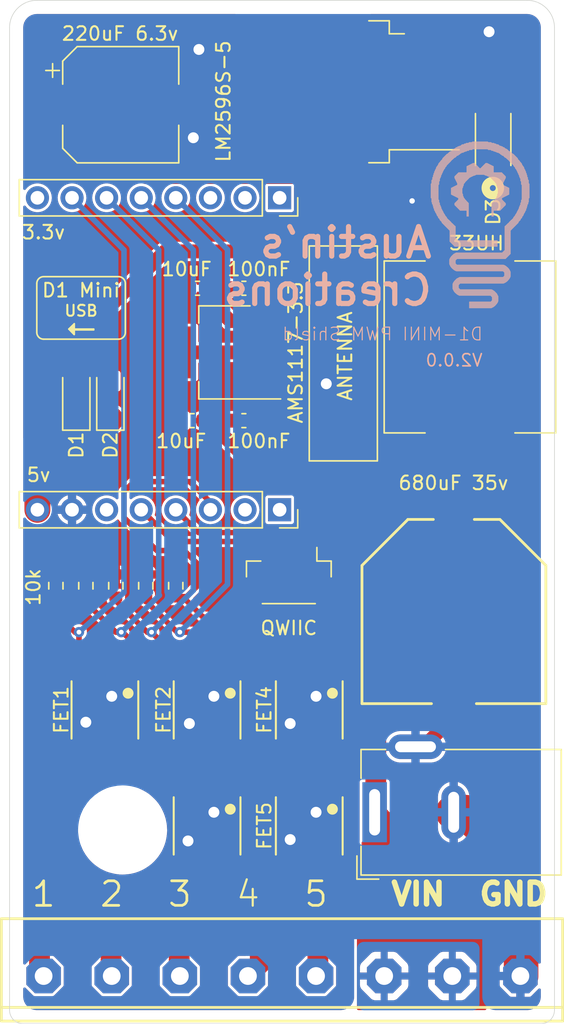
<source format=kicad_pcb>
(kicad_pcb (version 20211014) (generator pcbnew)
  (layers (0 "F.Cu" signal) (31 "B.Cu" signal) (34 "B.Paste" user) (35 "F.Paste" user) (36 "B.SilkS" user "B.Silkscreen") (37 "F.SilkS" user "F.Silkscreen") (38 "B.Mask" user) (39 "F.Mask" user) (44 "Edge.Cuts" user))
  (net 0 "")
  (net 1 "GND")
  (net 2 "SCL")
  (net 3 "SDA")
  (net 4 "VCC")
  (net 5 "1")
  (net 6 "FET1")
  (net 7 "FET2")
  (net 8 "FET3")
  (net 9 "FET4")
  (net 10 "FET5")
  (net 11 "2")
  (net 12 "3")
  (net 13 "4")
  (net 14 "5")
  (net 15 "VDD")
  (net 16 "Net-(D3-Pad1)")
  (net 17 "3v3")
  (net 18 "Net-(D1-Pad1)")
  (footprint "Resistor_SMD:R_0603_1608Metric" (layer "F.Cu") (at 33.6 72.9 -90)
    (fp_text reference "R2" hide)
    (fp_text value "10k" hide)
    (pad "1" smd roundrect locked (at -0.825 0 270) (size 0.8 0.95) (layers "F.Cu" "F.Paste" "F.Mask") (net 1 "GND"))
    (pad "2" smd roundrect locked (at 0.825 0 270) (size 0.8 0.95) (layers "F.Cu" "F.Paste" "F.Mask") (net 7 "FET2"))
  )
  (footprint "Capacitor_SMD:C_0603_1608Metric" (layer "F.Cu") (at 41.799993 51.099999 180)
    (fp_text reference "C1" hide)
    (fp_text value "10uF" (at 0.799993 1.399999) (layer "F.SilkS"))
    (pad "1" smd roundrect locked (at -0.775 0 180) (size 0.9 0.95) (layers "F.Cu" "F.Paste" "F.Mask") (net 4 "VCC"))
    (pad "2" smd roundrect locked (at 0.775 0 180) (size 0.9 0.95) (layers "F.Cu" "F.Paste" "F.Mask") (net 1 "GND"))
  )
  (footprint "Connector_PinSocket_2.54mm:PinSocket_1x08_P2.54mm_Vertical" (layer "F.Cu") (at 47.825 44.46999 -90)
    (fp_text reference "J1" hide)
    (fp_text value "Conn_01x08" hide)
    (pad "1" thru_hole rect locked (at 0 0 270) (size 1.7 1.7) (drill 1) (layers *.Cu *.Mask))
    (pad "2" thru_hole oval locked (at 0 2.54 270) (size 1.7 1.7) (drill 1) (layers *.Cu *.Mask))
    (pad "3" thru_hole oval locked (at 0 5.08 270) (size 1.7 1.7) (drill 1) (layers *.Cu *.Mask))
    (pad "4" thru_hole oval locked (at 0 7.62 270) (size 1.7 1.7) (drill 1) (layers *.Cu *.Mask) (net 9 "FET4"))
    (pad "5" thru_hole oval locked (at 0 10.16 270) (size 1.7 1.7) (drill 1) (layers *.Cu *.Mask) (net 8 "FET3"))
    (pad "6" thru_hole oval locked (at 0 12.7 270) (size 1.7 1.7) (drill 1) (layers *.Cu *.Mask) (net 7 "FET2"))
    (pad "7" thru_hole oval locked (at 0 15.24 270) (size 1.7 1.7) (drill 1) (layers *.Cu *.Mask) (net 6 "FET1"))
    (pad "8" thru_hole oval locked (at 0 17.78 270) (size 1.7 1.7) (drill 1) (layers *.Cu *.Mask))
  )
  (footprint "Resistor_SMD:R_0603_1608Metric" (layer "F.Cu") (at 40.2 72.9 -90)
    (fp_text reference "R5" hide)
    (fp_text value "10k" hide)
    (pad "1" smd roundrect locked (at -0.825 0 270) (size 0.8 0.95) (layers "F.Cu" "F.Paste" "F.Mask") (net 1 "GND"))
    (pad "2" smd roundrect locked (at 0.825 0 270) (size 0.8 0.95) (layers "F.Cu" "F.Paste" "F.Mask") (net 10 "FET5"))
  )
  (footprint "Austins creations:FET SM4838" (layer "F.Cu") (at 50 82 180)
    (fp_text reference "FET4" (at 3.3 0 90 unlocked) (layer "F.SilkS"))
    (fp_text value "FET_SM4838" hide)
    (pad "D" smd rect locked (at -0.635 -2.86 180) (size 0.76 1.27) (layers "F.Cu" "F.Paste" "F.Mask") (net 13 "4"))
    (pad "D" smd rect locked (at 1.905 -2.86 180) (size 0.76 1.27) (layers "F.Cu" "F.Paste" "F.Mask") (net 13 "4"))
    (pad "D" smd rect locked (at -1.905 -2.86 180) (size 0.76 1.27) (layers "F.Cu" "F.Paste" "F.Mask") (net 13 "4"))
    (pad "D" smd rect locked (at 0.635 -2.86 180) (size 0.76 1.27) (layers "F.Cu" "F.Paste" "F.Mask") (net 13 "4"))
    (pad "G" smd rect locked (at 1.905 2.86 180) (size 0.76 1.27) (layers "F.Cu" "F.Paste" "F.Mask") (net 9 "FET4"))
    (pad "S" smd rect locked (at 0.635 2.86 180) (size 0.76 1.27) (layers "F.Cu" "F.Paste" "F.Mask") (net 1 "GND"))
    (pad "S" smd rect locked (at -1.905 2.86 180) (size 0.76 1.27) (layers "F.Cu" "F.Paste" "F.Mask") (net 1 "GND"))
    (pad "S" smd rect locked (at -0.635 2.86 180) (size 0.76 1.27) (layers "F.Cu" "F.Paste" "F.Mask") (net 1 "GND"))
  )
  (footprint "Package_TO_SOT_SMD:TO-263-5_TabPin3" (layer "F.Cu") (at 52.925 36.7 180)
    (fp_text reference "U1" hide)
    (fp_text value "LM2596S-5" (at 9.225 -0.7 90) (layer "F.SilkS"))
    (pad "1" smd rect (at -6.575 -3.4 180) (size 2.8 1.1) (layers "F.Cu" "F.Paste" "F.Mask") (net 15 "VDD"))
    (pad "2" smd rect (at -6.575 -1.7 180) (size 2.8 1.1) (layers "F.Cu" "F.Paste" "F.Mask") (net 16 "Net-(D3-Pad1)"))
    (pad "3" smd rect (at -6.575 0 180) (size 2.8 1.1) (layers "F.Cu" "F.Paste" "F.Mask") (net 1 "GND"))
    (pad "3" smd rect locked (at 3.375 0 180) (size 9.4 10.8) (layers "F.Cu" "F.Mask") (net 1 "GND"))
    (pad "4" smd rect (at -6.575 1.7 180) (size 2.8 1.1) (layers "F.Cu" "F.Paste" "F.Mask") (net 4 "VCC"))
    (pad "5" smd rect (at -6.575 3.4 180) (size 2.8 1.1) (layers "F.Cu" "F.Paste" "F.Mask") (net 1 "GND"))
  )
  (footprint "Resistor_SMD:R_0603_1608Metric" (layer "F.Cu") (at 38 72.9 -90)
    (fp_text reference "R4" hide)
    (fp_text value "10k" hide)
    (pad "1" smd roundrect locked (at -0.825 0 270) (size 0.8 0.95) (layers "F.Cu" "F.Paste" "F.Mask") (net 1 "GND"))
    (pad "2" smd roundrect locked (at 0.825 0 270) (size 0.8 0.95) (layers "F.Cu" "F.Paste" "F.Mask") (net 9 "FET4"))
  )
  (footprint "Austins creations:8pinblock" (layer "F.Cu") (at 48 101.3)
    (fp_text reference "ST1" hide)
    (fp_text value "8pinblock" hide)
    (pad "1" thru_hole roundrect locked (at -17.5 0.2) (size 2.54 2.54) (drill 1.3) (layers *.Cu *.Mask) (chamfer_ratio 0.25) (chamfer top_left top_right bottom_left bottom_right) (net 5 "1"))
    (pad "2" thru_hole roundrect locked (at -12.5 0.2) (size 2.54 2.54) (drill 1.3) (layers *.Cu *.Mask) (chamfer_ratio 0.25) (chamfer top_left top_right bottom_left bottom_right) (net 11 "2"))
    (pad "3" thru_hole roundrect locked (at -7.5 0.2) (size 2.54 2.54) (drill 1.3) (layers *.Cu *.Mask) (chamfer_ratio 0.25) (chamfer top_left top_right bottom_left bottom_right) (net 12 "3"))
    (pad "4" thru_hole roundrect locked (at -2.5 0.2) (size 2.54 2.54) (drill 1.3) (layers *.Cu *.Mask) (chamfer_ratio 0.25) (chamfer top_left top_right bottom_left bottom_right) (net 13 "4"))
    (pad "5" thru_hole roundrect locked (at 2.5 0.2) (size 2.54 2.54) (drill 1.3) (layers *.Cu *.Mask) (chamfer_ratio 0.25) (chamfer top_left top_right bottom_left bottom_right) (net 14 "5"))
    (pad "6" thru_hole roundrect locked (at 7.5 0.2) (size 2.54 2.54) (drill 1.3) (layers *.Cu *.Mask) (chamfer_ratio 0.25) (chamfer top_left top_right bottom_left bottom_right) (net 15 "VDD"))
    (pad "7" thru_hole roundrect locked (at 12.5 0.2) (size 2.54 2.54) (drill 1.3) (layers *.Cu *.Mask) (chamfer_ratio 0.25) (chamfer top_left top_right bottom_left bottom_right) (net 15 "VDD"))
    (pad "8" thru_hole roundrect locked (at 17.5 0.2) (size 2.54 2.54) (drill 1.3) (layers *.Cu *.Mask) (chamfer_ratio 0.25) (chamfer top_left top_right bottom_left bottom_right) (net 1 "GND"))
  )
  (footprint "Capacitor_SMD:C_0603_1608Metric" (layer "F.Cu") (at 45.200011 51.099999)
    (fp_text reference "C2" hide)
    (fp_text value "100nF" (at 1.099989 -1.399999) (layer "F.SilkS"))
    (pad "1" smd roundrect locked (at -0.775 0) (size 0.9 0.95) (layers "F.Cu" "F.Paste" "F.Mask") (net 4 "VCC"))
    (pad "2" smd roundrect locked (at 0.775 0) (size 0.9 0.95) (layers "F.Cu" "F.Paste" "F.Mask") (net 1 "GND"))
  )
  (footprint "Austins creations:FET SM4838" (layer "F.Cu") (at 42.499991 90.499997 180)
    (fp_text reference "FET3" hide)
    (fp_text value "FET_SM4838" hide)
    (pad "D" smd rect locked (at -0.635 -2.86 180) (size 0.76 1.27) (layers "F.Cu" "F.Paste" "F.Mask") (net 12 "3"))
    (pad "D" smd rect locked (at 0.635 -2.86 180) (size 0.76 1.27) (layers "F.Cu" "F.Paste" "F.Mask") (net 12 "3"))
    (pad "D" smd rect locked (at -1.905 -2.86 180) (size 0.76 1.27) (layers "F.Cu" "F.Paste" "F.Mask") (net 12 "3"))
    (pad "D" smd rect locked (at 1.905 -2.86 180) (size 0.76 1.27) (layers "F.Cu" "F.Paste" "F.Mask") (net 12 "3"))
    (pad "G" smd rect locked (at 1.905 2.86 180) (size 0.76 1.27) (layers "F.Cu" "F.Paste" "F.Mask") (net 8 "FET3"))
    (pad "S" smd rect locked (at -0.635 2.86 180) (size 0.76 1.27) (layers "F.Cu" "F.Paste" "F.Mask") (net 1 "GND"))
    (pad "S" smd rect locked (at -1.905 2.86 180) (size 0.76 1.27) (layers "F.Cu" "F.Paste" "F.Mask") (net 1 "GND"))
    (pad "S" smd rect locked (at 0.635 2.86 180) (size 0.76 1.27) (layers "F.Cu" "F.Paste" "F.Mask") (net 1 "GND"))
  )
  (footprint "Capacitor_SMD:C_0603_1608Metric" (layer "F.Cu") (at 45.200011 60.800005)
    (fp_text reference "C4" hide)
    (fp_text value "100nF" (at 1.099989 1.499995) (layer "F.SilkS"))
    (pad "1" smd roundrect locked (at -0.775 0) (size 0.9 0.95) (layers "F.Cu" "F.Paste" "F.Mask") (net 17 "3v3"))
    (pad "2" smd roundrect locked (at 0.775 0) (size 0.9 0.95) (layers "F.Cu" "F.Paste" "F.Mask") (net 1 "GND"))
  )
  (footprint "MountingHole:MountingHole_3.2mm_M3" (layer "F.Cu") (at 36.300004 90.799996)
    (fp_text reference "H1" hide)
    (fp_text value "MountingHole" hide)
    (pad "" np_thru_hole circle locked (at 0 0) (size 3.2 3.2) (drill 3.2) (layers *.Cu *.Mask))
  )
  (footprint "Capacitor_SMD:C_0603_1608Metric" (layer "F.Cu") (at 41.399993 60.800005 180)
    (fp_text reference "C3" hide)
    (fp_text value "10uF" (at 0.799993 -1.499995) (layer "F.SilkS"))
    (pad "1" smd roundrect locked (at -0.775 0 180) (size 0.9 0.95) (layers "F.Cu" "F.Paste" "F.Mask") (net 17 "3v3"))
    (pad "2" smd roundrect locked (at 0.775 0 180) (size 0.9 0.95) (layers "F.Cu" "F.Paste" "F.Mask") (net 1 "GND"))
  )
  (footprint "Inductor_SMD:L_12x12mm_H8mm" (layer "F.Cu") (at 61.800003 55.399991 -90)
    (fp_text reference "L1" hide)
    (fp_text value " 33UH" (at -7.599991 -0.099997 180) (layer "F.SilkS"))
    (pad "1" smd rect locked (at -4.95 0 270) (size 2.9 5.4) (layers "F.Cu" "F.Paste" "F.Mask") (net 16 "Net-(D3-Pad1)"))
    (pad "2" smd rect locked (at 4.95 0 270) (size 2.9 5.4) (layers "F.Cu" "F.Paste" "F.Mask") (net 4 "VCC"))
  )
  (footprint "Resistor_SMD:R_0603_1608Metric" (layer "F.Cu") (at 31.4 72.9 -90)
    (fp_text reference "R1" hide)
    (fp_text value "10k" hide)
    (pad "1" smd roundrect locked (at -0.825 0 270) (size 0.8 0.95) (layers "F.Cu" "F.Paste" "F.Mask") (net 1 "GND"))
    (pad "2" smd roundrect locked (at 0.825 0 270) (size 0.8 0.95) (layers "F.Cu" "F.Paste" "F.Mask") (net 6 "FET1"))
  )
  (footprint "Diode_SMD:D_SOD-123F" (layer "F.Cu") (at 32.9 59.3 90)
    (fp_text reference "D1" (at -3.3 0 90) (layer "F.SilkS"))
    (fp_text value "SM4007" hide)
    (pad "1" smd rect locked (at -1.4 0 90) (size 1.1 1.1) (layers "F.Cu" "F.Paste" "F.Mask") (net 18 "Net-(D1-Pad1)"))
    (pad "2" smd rect locked (at 1.4 0 90) (size 1.1 1.1) (layers "F.Cu" "F.Paste" "F.Mask") (net 4 "VCC"))
  )
  (footprint "Austins creations:qwiic vertical" (layer "F.Cu") (at 48.5 72.5 180)
    (fp_text reference "Qw1" hide)
    (fp_text value "qwiic_vertical" hide)
    (pad "1" smd roundrect (at -1.5 1.625 180) (size 0.6 1.55) (layers "F.Cu" "F.Paste" "F.Mask") (net 1 "GND"))
    (pad "2" smd roundrect (at -0.5 1.625 180) (size 0.6 1.55) (layers "F.Cu" "F.Paste" "F.Mask") (net 17 "3v3"))
    (pad "3" smd roundrect (at 0.5 1.625 180) (size 0.6 1.55) (layers "F.Cu" "F.Paste" "F.Mask") (net 3 "SDA"))
    (pad "4" smd roundrect (at 1.5 1.625 180) (size 0.6 1.55) (layers "F.Cu" "F.Paste" "F.Mask") (net 2 "SCL"))
    (pad "MP" smd roundrect (at -2.8 -0.9 180) (size 1.2 1.8) (layers "F.Cu" "F.Paste" "F.Mask") (roundrect_rratio 0.208333) (net 1 "GND"))
    (pad "MP" smd roundrect (at 2.8 -0.9 180) (size 1.2 1.8) (layers "F.Cu" "F.Paste" "F.Mask") (roundrect_rratio 0.208333) (net 1 "GND"))
  )
  (footprint "Austins creations:FET SM4838" (layer "F.Cu") (at 35 82 180)
    (fp_text reference "FET1" (at 3.2 0 90 unlocked) (layer "F.SilkS"))
    (fp_text value "FET_SM4838" hide)
    (pad "D" smd rect (at 0.635 -2.86 180) (size 0.76 1.27) (layers "F.Cu" "F.Paste" "F.Mask") (net 5 "1"))
    (pad "D" smd rect (at -0.635 -2.86 180) (size 0.76 1.27) (layers "F.Cu" "F.Paste" "F.Mask") (net 5 "1"))
    (pad "D" smd rect (at -1.905 -2.86 180) (size 0.76 1.27) (layers "F.Cu" "F.Paste" "F.Mask") (net 5 "1"))
    (pad "D" smd rect (at 1.905 -2.86 180) (size 0.76 1.27) (layers "F.Cu" "F.Paste" "F.Mask") (net 5 "1"))
    (pad "G" smd rect (at 1.905 2.86 180) (size 0.76 1.27) (layers "F.Cu" "F.Paste" "F.Mask") (net 6 "FET1"))
    (pad "S" smd rect (at -1.905 2.86 180) (size 0.76 1.27) (layers "F.Cu" "F.Paste" "F.Mask") (net 1 "GND"))
    (pad "S" smd rect (at -0.635 2.86 180) (size 0.76 1.27) (layers "F.Cu" "F.Paste" "F.Mask") (net 1 "GND"))
    (pad "S" smd rect (at 0.635 2.86 180) (size 0.76 1.27) (layers "F.Cu" "F.Paste" "F.Mask") (net 1 "GND"))
  )
  (footprint "Connector_PinSocket_2.54mm:PinSocket_1x08_P2.54mm_Vertical" (layer "F.Cu") (at 47.825 67.32999 -90)
    (fp_text reference "J2" hide)
    (fp_text value "Conn_01x08" hide)
    (pad "1" thru_hole rect locked (at 0 0 270) (size 1.7 1.7) (drill 1) (layers *.Cu *.Mask))
    (pad "2" thru_hole oval locked (at 0 2.54 270) (size 1.7 1.7) (drill 1) (layers *.Cu *.Mask))
    (pad "3" thru_hole oval locked (at 0 5.08 270) (size 1.7 1.7) (drill 1) (layers *.Cu *.Mask) (net 10 "FET5"))
    (pad "4" thru_hole oval locked (at 0 7.62 270) (size 1.7 1.7) (drill 1) (layers *.Cu *.Mask) (net 3 "SDA"))
    (pad "5" thru_hole oval locked (at 0 10.16 270) (size 1.7 1.7) (drill 1) (layers *.Cu *.Mask) (net 2 "SCL"))
    (pad "6" thru_hole oval locked (at 0 12.7 270) (size 1.7 1.7) (drill 1) (layers *.Cu *.Mask))
    (pad "7" thru_hole oval locked (at 0 15.24 270) (size 1.7 1.7) (drill 1) (layers *.Cu *.Mask) (net 1 "GND"))
    (pad "8" thru_hole oval locked (at 0 17.78 270) (size 1.7 1.7) (drill 1) (layers *.Cu *.Mask) (net 18 "Net-(D1-Pad1)"))
  )
  (footprint "Austins creations:FET SM4838" (layer "F.Cu") (at 42.5 82 180)
    (fp_text reference "FET2" (at 3.2 0 90 unlocked) (layer "F.SilkS"))
    (fp_text value "FET_SM4838" hide)
    (pad "D" smd rect (at -1.905 -2.86 180) (size 0.76 1.27) (layers "F.Cu" "F.Paste" "F.Mask") (net 11 "2"))
    (pad "D" smd rect (at -0.635 -2.86 180) (size 0.76 1.27) (layers "F.Cu" "F.Paste" "F.Mask") (net 11 "2"))
    (pad "D" smd rect (at 1.905 -2.86 180) (size 0.76 1.27) (layers "F.Cu" "F.Paste" "F.Mask") (net 11 "2"))
    (pad "D" smd rect (at 0.635 -2.86 180) (size 0.76 1.27) (layers "F.Cu" "F.Paste" "F.Mask") (net 11 "2"))
    (pad "G" smd rect (at 1.905 2.86 180) (size 0.76 1.27) (layers "F.Cu" "F.Paste" "F.Mask") (net 7 "FET2"))
    (pad "S" smd rect (at 0.635 2.86 180) (size 0.76 1.27) (layers "F.Cu" "F.Paste" "F.Mask") (net 1 "GND"))
    (pad "S" smd rect (at -1.905 2.86 180) (size 0.76 1.27) (layers "F.Cu" "F.Paste" "F.Mask") (net 1 "GND"))
    (pad "S" smd rect (at -0.635 2.86 180) (size 0.76 1.27) (layers "F.Cu" "F.Paste" "F.Mask") (net 1 "GND"))
  )
  (footprint "Capacitor_SMD:CP_Elec_8x6.2" (layer "F.Cu") (at 36.159999 37.649988)
    (fp_text reference "C6" hide)
    (fp_text value "220uF 6.3v" (at -0.049999 -5.209988) (layer "F.SilkS"))
    (pad "1" smd roundrect locked (at -3.05 0) (size 4 2.5) (layers "F.Cu" "F.Paste" "F.Mask") (roundrect_rratio 0.1) (net 4 "VCC"))
    (pad "2" smd roundrect locked (at 3.05 0) (size 4 2.5) (layers "F.Cu" "F.Paste" "F.Mask") (roundrect_rratio 0.1) (net 1 "GND"))
  )
  (footprint "Diode_SMD:D_SOD-123F" (layer "F.Cu") (at 35.4 59.3 90)
    (fp_text reference "D2" (at -3.3 0 90) (layer "F.SilkS"))
    (fp_text value "SM4007" hide)
    (pad "1" smd rect locked (at -1.4 0 90) (size 1.1 1.1) (layers "F.Cu" "F.Paste" "F.Mask") (net 18 "Net-(D1-Pad1)"))
    (pad "2" smd rect locked (at 1.4 0 90) (size 1.1 1.1) (layers "F.Cu" "F.Paste" "F.Mask") (net 4 "VCC"))
  )
  (footprint "Package_TO_SOT_SMD:SOT-223-3_TabPin2" (layer "F.Cu") (at 43.8 55.8 180)
    (fp_text reference "U2" hide)
    (fp_text value "AMS1117-3.3" (at -5.2 0 90) (layer "F.SilkS"))
    (pad "1" smd rect locked (at -3.15 -2.3 180) (size 2 1.5) (layers "F.Cu" "F.Paste" "F.Mask") (net 1 "GND"))
    (pad "2" smd rect locked (at -3.15 0 180) (size 2 1.5) (layers "F.Cu" "F.Paste" "F.Mask") (net 17 "3v3"))
    (pad "2" smd rect locked (at 3.15 0 180) (size 2 3.8) (layers "F.Cu" "F.Paste" "F.Mask") (net 17 "3v3"))
    (pad "3" smd rect locked (at -3.15 2.3 180) (size 2 1.5) (layers "F.Cu" "F.Paste" "F.Mask") (net 4 "VCC"))
  )
  (footprint "Austins creations:Barrel Jack" (layer "F.Cu") (at 60.400006 89.499999 90)
    (fp_text reference "BJ1" hide)
    (fp_text value "Barrel_Jack" hide)
    (pad "1" thru_hole rect locked (at 0 -5.6 90) (size 4.4 1.8) (drill oval 3.4 0.8) (layers *.Cu *.Mask) (net 15 "VDD"))
    (pad "2" thru_hole oval locked (at 0 0.2 90) (size 4 1.8) (drill oval 3 0.8) (layers *.Cu *.Mask) (net 1 "GND"))
    (pad "3" thru_hole oval locked (at 4.8 -2.6 180) (size 4 1.8) (drill oval 3 0.8) (layers *.Cu *.Mask) (net 1 "GND"))
  )
  (footprint "Resistor_SMD:R_0603_1608Metric" (layer "F.Cu") (at 35.8 72.9 -90)
    (fp_text reference "R3" hide)
    (fp_text value "10k" hide)
    (pad "1" smd roundrect locked (at -0.825 0 270) (size 0.8 0.95) (layers "F.Cu" "F.Paste" "F.Mask") (net 1 "GND"))
    (pad "2" smd roundrect locked (at 0.825 0 270) (size 0.8 0.95) (layers "F.Cu" "F.Paste" "F.Mask") (net 8 "FET3"))
  )
  (footprint "Austins creations:PMEG3050EP" (layer "F.Cu") (at 63.5 40.199999 90)
    (fp_text reference "D3" (at -5.300001 0 90 unlocked) (layer "F.SilkS"))
    (fp_text value "PMEG4050EP" hide)
    (pad "1" smd rect (at -2.2 0 180) (size 2.1 1.4) (layers "F.Cu" "F.Paste" "F.Mask") (net 16 "Net-(D3-Pad1)"))
    (pad "2" smd rect (at 2.2 0 180) (size 2.1 1.4) (layers "F.Cu" "F.Paste" "F.Mask") (net 1 "GND"))
  )
  (footprint "Austins creations:FET SM4838" (layer "F.Cu") (at 50 90.5 180)
    (fp_text reference "FET5" (at 3.3 0 90 unlocked) (layer "F.SilkS"))
    (fp_text value "FET_SM4838" hide)
    (pad "D" smd rect locked (at -1.905 -2.86 180) (size 0.76 1.27) (layers "F.Cu" "F.Paste" "F.Mask") (net 14 "5"))
    (pad "D" smd rect locked (at -0.635 -2.86 180) (size 0.76 1.27) (layers "F.Cu" "F.Paste" "F.Mask") (net 14 "5"))
    (pad "D" smd rect locked (at 0.635 -2.86 180) (size 0.76 1.27) (layers "F.Cu" "F.Paste" "F.Mask") (net 14 "5"))
    (pad "D" smd rect locked (at 1.905 -2.86 180) (size 0.76 1.27) (layers "F.Cu" "F.Paste" "F.Mask") (net 14 "5"))
    (pad "G" smd rect locked (at 1.905 2.86 180) (size 0.76 1.27) (layers "F.Cu" "F.Paste" "F.Mask") (net 10 "FET5"))
    (pad "S" smd rect locked (at -0.635 2.86 180) (size 0.76 1.27) (layers "F.Cu" "F.Paste" "F.Mask") (net 1 "GND"))
    (pad "S" smd rect locked (at 0.635 2.86 180) (size 0.76 1.27) (layers "F.Cu" "F.Paste" "F.Mask") (net 1 "GND"))
    (pad "S" smd rect locked (at -1.905 2.86 180) (size 0.76 1.27) (layers "F.Cu" "F.Paste" "F.Mask") (net 1 "GND"))
  )
  (footprint "Austins creations:large capacitor 12.5d 13.5h" (layer "F.Cu") (at 60.619996 74.789995 -90)
    (fp_text reference "C5" hide)
    (fp_text value "680uF 35v" (at -9.42 0.04 unlocked) (layer "F.SilkS"))
    (pad "1" smd rect (at -5.55 0 270) (size 5.5 2.2) (layers "F.Cu" "F.Paste" "F.Mask") (net 15 "VDD"))
    (pad "2" smd rect (at 5.55 0 270) (size 5.5 2.2) (layers "F.Cu" "F.Paste" "F.Mask") (net 1 "GND"))
  )
  (footprint "logos:Creations logo med" (layer "B.Cu") (at 62.5 44 180)
    (fp_text reference "LOGO1" hide)
    (fp_text value "Creations_logo_med" hide)
  )
  (gr_line (start 55 48) (end 55 63.75) (layer "F.SilkS") (width 0.12))
  (gr_line (start 32.79 54.15) (end 34.18 54.15) (layer "F.SilkS") (width 0.12))
  (gr_arc (start 30.5 54.83) (mid 30.146447 54.683553) (end 30 54.33) (layer "F.SilkS") (width 0.12))
  (gr_arc (start 30 50.75) (mid 30.146447 50.396447) (end 30.5 50.25) (layer "F.SilkS") (width 0.12))
  (gr_line (start 30 50.75) (end 30 54.33) (layer "F.SilkS") (width 0.12))
  (gr_line (start 50 48) (end 55 48) (layer "F.SilkS") (width 0.12))
  (gr_line (start 50 48.04) (end 50 63.75) (layer "F.SilkS") (width 0.12))
  (gr_arc (start 36 50.25) (mid 36.353553 50.396447) (end 36.5 50.75) (layer "F.SilkS") (width 0.12))
  (gr_line (start 32.35 54.09) (end 32.74 54.49) (layer "F.SilkS") (width 0.12))
  (gr_line (start 32.35 54.09) (end 34.18 54.09) (layer "F.SilkS") (width 0.12))
  (gr_line (start 30.5 54.83) (end 36 54.83) (layer "F.SilkS") (width 0.12))
  (gr_line (start 32.75 54.09) (end 32.75 53.7) (layer "F.SilkS") (width 0.12))
  (gr_line (start 32.6 53.89) (end 32.6 54.24) (layer "F.SilkS") (width 0.12))
  (gr_line (start 36.5 50.75) (end 36.5 54.33) (layer "F.SilkS") (width 0.12))
  (gr_line (start 32.74 54.09) (end 32.35 54.09) (layer "F.SilkS") (width 0.12))
  (gr_line (start 55 63.75) (end 50 63.75) (layer "F.SilkS") (width 0.12))
  (gr_line (start 32.75 54.485) (end 32.75 54.095) (layer "F.SilkS") (width 0.12))
  (gr_line (start 32.53 53.97) (end 32.53 54.17) (layer "F.SilkS") (width 0.12))
  (gr_line (start 32.75 53.7) (end 32.35 54.09) (layer "F.SilkS") (width 0.12))
  (gr_line (start 32.68 53.85) (end 32.67 54.33) (layer "F.SilkS") (width 0.12))
  (gr_arc (start 36.5 54.33) (mid 36.353553 54.683553) (end 36 54.83) (layer "F.SilkS") (width 0.12))
  (gr_line (start 30.5 50.25) (end 36 50.25) (layer "F.SilkS") (width 0.12))
  (gr_arc (start 66 30) (mid 67.414214 30.585786) (end 68 32) (layer "Edge.Cuts") (width 0.05))
  (gr_line (start 68 32) (end 68 104) (layer "Edge.Cuts") (width 0.05))
  (gr_line (start 29 105) (end 67 105) (layer "Edge.Cuts") (width 0.05))
  (gr_line (start 28 104) (end 28 32) (layer "Edge.Cuts") (width 0.05))
  (gr_arc (start 68 104) (mid 67.707107 104.707107) (end 67 105) (layer "Edge.Cuts") (width 0.05))
  (gr_line (start 30 30) (end 66 30) (layer "Edge.Cuts") (width 0.05))
  (gr_arc (start 28 32) (mid 28.585786 30.585786) (end 30 30) (layer "Edge.Cuts") (width 0.05))
  (gr_arc (start 29 105) (mid 28.292893 104.707107) (end 28 104) (layer "Edge.Cuts") (width 0.05))
  (gr_text "D1-MINI PWM Shield" (at 62.8 55) (layer "B.SilkS") (effects (font (size 0.93472 0.93472) (thickness 0.08128)) (justify left bottom mirror)))
  (gr_text "V2.0.0" (at 62.8 56.9) (layer "B.SilkS") (effects (font (size 0.89408 0.89408) (thickness 0.12192)) (justify left bottom mirror)))
  (gr_text "Austin's\nCreations" (at 59.2 52.5) (layer "B.SilkS") (effects (font (size 2.159 2.159) (thickness 0.381)) (justify left bottom mirror)))
  (gr_text "4" (at 45.5 95.5) (layer "F.SilkS") (effects (font (size 1.84 1.84) (thickness 0.16))))
  (gr_text "2" (at 35.5 95.5) (layer "F.SilkS") (effects (font (size 1.8 1.8) (thickness 0.2))))
  (gr_text "GND" (at 65 95.5) (layer "F.SilkS") (effects (font (size 1.6 1.6) (thickness 0.4))))
  (gr_text "3.3v" (at 30.49 47) (layer "F.SilkS") (effects (font (size 1 1))))
  (gr_text "5" (at 50.5 95.5) (layer "F.SilkS") (effects (font (size 1.8 1.8) (thickness 0.2))))
  (gr_text "5v" (at 30.13 64.78) (layer "F.SilkS") (effects (font (size 1 1))))
  (gr_text "10k" (at 29.75 73 90) (layer "F.SilkS") (effects (font (size 1 1))))
  (gr_text "D1 Mini" (at 33.25 51.25) (layer "F.SilkS") (effects (font (size 1 1))))
  (gr_text "VIN" (at 58 95.5) (layer "F.SilkS") (effects (font (size 1.6 1.6) (thickness 0.4))))
  (gr_text "USB" (at 33.25 52.75) (layer "F.SilkS") (effects (font (size 0.8 0.8))))
  (gr_text "ANTENNA" (at 52.63 56.07 90) (layer "F.SilkS") (effects (font (size 1 1))))
  (gr_text "1" (at 30.5 95.5) (layer "F.SilkS") (effects (font (size 1.8 1.8) (thickness 0.2))))
  (gr_text "QWIIC" (at 48.5 76) (layer "F.SilkS") (effects (font (size 1 1))))
  (gr_text "3" (at 40.5 95.5) (layer "F.SilkS") (effects (font (size 1.8 1.8) (thickness 0.2))))
  (segment (start 57.8 84.8) (end 57.75 84.75) (width 1.016) (layer "F.Cu") (net 1))
  (segment (start 65.55 101.5) (end 65.55 93.55) (width 2.54) (layer "F.Cu") (net 1))
  (segment (start 41.49 40.07) (end 46.18 40.07) (width 1.2192) (layer "F.Cu") (net 1))
  (segment (start 58.35 84.75) (end 60.6 82.5) (width 1.016) (layer "F.Cu") (net 1))
  (segment (start 61.5 89.5) (end 60.55 89.5) (width 2.54) (layer "F.Cu") (net 1))
  (segment (start 41.9 33.6) (end 46.45 33.6) (width 1.2192) (layer "F.Cu") (net 1))
  (segment (start 60.6 82.5) (end 60.6 80.35) (width 1.016) (layer "F.Cu") (net 1))
  (segment (start 46.45 33.6) (end 49.55 36.7) (width 1.2192) (layer "F.Cu") (net 1))
  (segment (start 65.55 93.55) (end 61.5 89.5) (width 2.54) (layer "F.Cu") (net 1))
  (segment (start 40.45 37.9) (end 39.55 37.9) (width 1.27) (layer "F.Cu") (net 1))
  (segment (start 57.75 84.75) (end 58.35 84.75) (width 1.016) (layer "F.Cu") (net 1))
  (segment (start 46.18 40.07) (end 49.55 36.7) (width 1.2192) (layer "F.Cu") (net 1))
  (via (at 35.5 81) (size 1.2064) (drill 0.8) (layers "F.Cu" "B.Cu") (net 1))
  (via (at 51.25 58.1) (size 1.2064) (drill 0.8) (layers "F.Cu" "B.Cu") (net 1))
  (via (at 50.5 81) (size 1.2064) (drill 0.8) (layers "F.Cu" "B.Cu") (net 1))
  (via (at 41.2 83) (size 1.2064) (drill 0.8) (layers "F.Cu" "B.Cu") (net 1))
  (via (at 57.55 44.7) (size 0.8) (drill 0.4) (layers "F.Cu" "B.Cu") (net 1))
  (via (at 41.1 91.6) (size 1.2064) (drill 0.8) (layers "F.Cu" "B.Cu") (net 1))
  (via (at 50.5 89.5) (size 1.2064) (drill 0.8) (layers "F.Cu" "B.Cu") (net 1))
  (via (at 41.9 33.6) (size 1.2064) (drill 0.8) (layers "F.Cu" "B.Cu") (net 1))
  (via (at 48.6 91.5) (size 1.2064) (drill 0.8) (layers "F.Cu" "B.Cu") (net 1))
  (via (at 41.49 40.07) (size 1.2064) (drill 0.8) (layers "F.Cu" "B.Cu") (net 1))
  (via (at 43 81) (size 1.2064) (drill 0.8) (layers "F.Cu" "B.Cu") (net 1))
  (via (at 33.6 82.9) (size 1.2064) (drill 0.8) (layers "F.Cu" "B.Cu") (net 1))
  (via (at 63.2 32.3) (size 1.2064) (drill 0.8) (layers "F.Cu" "B.Cu") (net 1))
  (via (at 43 89.5) (size 1.2064) (drill 0.8) (layers "F.Cu" "B.Cu") (net 1))
  (via (at 48.6 83) (size 1.2064) (drill 0.8) (layers "F.Cu" "B.Cu") (net 1))
  (segment (start 37.665 67.32999) (end 39.994916 69.659932) (width 0.4064) (layer "F.Cu") (net 2))
  (segment (start 47 70.14) (end 47 70.875) (width 0.4064) (layer "F.Cu") (net 2))
  (segment (start 39.994916 69.659932) (end 46.519932 69.659932) (width 0.4064) (layer "F.Cu") (net 2))
  (segment (start 46.519932 69.659932) (end 47 70.14) (width 0.4064) (layer "F.Cu") (net 2))
  (segment (start 40.205 67.32999) (end 41.874999 68.999989) (width 0.4064) (layer "F.Cu") (net 3))
  (segment (start 41.874999 68.999989) (end 46.929989 68.999989) (width 0.4064) (layer "F.Cu") (net 3))
  (segment (start 48 70.07) (end 48 70.875) (width 0.4064) (layer "F.Cu") (net 3))
  (segment (start 46.929989 68.999989) (end 48 70.07) (width 0.4064) (layer "F.Cu") (net 3))
  (segment (start 55.7 54.25) (end 61.799991 60.349991) (width 1.2192) (layer "F.Cu") (net 4))
  (segment (start 33.109999 38.299999) (end 37.96 43.15) (width 0.6096) (layer "F.Cu") (net 4))
  (segment (start 57.5 35) (end 55.7 36.8) (width 1.2192) (layer "F.Cu") (net 4))
  (segment (start 43.500001 51.099999) (end 44.425011 51.099999) (width 1.016) (layer "F.Cu") (net 4))
  (segment (start 34.1 53.7) (end 39.4 48.4) (width 1.016) (layer "F.Cu") (net 4))
  (segment (start 37.96 43.15) (end 55.45 43.15) (width 0.6096) (layer "F.Cu") (net 4))
  (segment (start 46.95 53.5) (end 44.2 53.5) (width 1.016) (layer "F.Cu") (net 4))
  (segment (start 55.7 48.5) (end 55.7 54.25) (width 1.2192) (layer "F.Cu") (net 4))
  (segment (start 44.2 53.5) (end 43.500001 52.800001) (width 1.016) (layer "F.Cu") (net 4))
  (segment (start 42.574993 51.099999) (end 43.500001 51.099999) (width 1.016) (layer "F.Cu") (net 4))
  (segment (start 34.1 57.9) (end 34.1 53.7) (width 1.016) (layer "F.Cu") (net 4))
  (segment (start 39.4 48.4) (end 43.5 48.4) (width 1.016) (layer "F.Cu") (net 4))
  (segment (start 55.6 48.4) (end 55.7 48.5) (width 1.2192) (layer "F.Cu") (net 4))
  (segment (start 55.7 48.3) (end 55.7 43.4) (width 1.2192) (layer "F.Cu") (net 4))
  (segment (start 55.7 36.8) (end 55.7 43.4) (width 1.2192) (layer "F.Cu") (net 4))
  (segment (start 59.5 35) (end 57.5 35) (width 1.2192) (layer "F.Cu") (net 4))
  (segment (start 43.500001 51.099999) (end 43.5 48.4) (width 1.016) (layer "F.Cu") (net 4))
  (segment (start 61.799991 60.349991) (end 61.800003 60.349991) (width 1.2192) (layer "F.Cu") (net 4))
  (segment (start 55.45 43.15) (end 55.7 43.4) (width 0.6096) (layer "F.Cu") (net 4))
  (segment (start 43.500001 52.800001) (end 43.500001 51.099999) (width 1.016) (layer "F.Cu") (net 4))
  (segment (start 34.7 57.9) (end 35.4 57.9) (width 1.016) (layer "F.Cu") (net 4))
  (segment (start 32.9 57.9) (end 34.7 57.9) (width 1.016) (layer "F.Cu") (net 4))
  (segment (start 55.6 48.4) (end 43.5 48.4) (width 1.016) (layer "F.Cu") (net 4))
  (segment (start 33.109999 37.649988) (end 33.109999 38.299999) (width 0.6096) (layer "F.Cu") (net 4))
  (segment (start 55.6 48.4) (end 55.7 48.3) (width 1.2192) (layer "F.Cu") (net 4))
  (segment (start 33.095 84.86) (end 34.365 84.86) (width 1.524) (layer "F.Cu") (net 5))
  (segment (start 36.905 84.86) (end 35.635 84.86) (width 1.524) (layer "F.Cu") (net 5))
  (segment (start 30.2 87.755) (end 33.095 84.86) (width 1.524) (layer "F.Cu") (net 5))
  (segment (start 30.45 101.5) (end 30.2 101.25) (width 1.524) (layer "F.Cu") (net 5))
  (segment (start 35.635 84.86) (end 34.365 84.86) (width 1.524) (layer "F.Cu") (net 5))
  (segment (start 30.2 101.25) (end 30.2 87.755) (width 1.524) (layer "F.Cu") (net 5))
  (segment (start 31.399988 73.749992) (end 31.399988 74.900003) (width 0.4064) (layer "F.Cu") (net 6))
  (segment (start 33.095006 76.3) (end 33.095006 79.139999) (width 0.4064) (layer "F.Cu") (net 6))
  (segment (start 32.800011 76.3) (end 33.095006 76.3) (width 0.4064) (layer "F.Cu") (net 6))
  (segment (start 31.399988 74.900003) (end 32.800011 76.3) (width 0.4064) (layer "F.Cu") (net 6))
  (via (at 33.095 76.3) (size 0.7564) (drill 0.35) (layers "F.Cu" "B.Cu") (net 6))
  (segment (start 33.095006 76.3) (end 36.400003 73.395002) (width 0.4064) (layer "B.Cu") (net 6))
  (segment (start 32.585 44.485) (end 32.585 44.47) (width 0.508) (layer "B.Cu") (net 6))
  (segment (start 36.400003 73.395002) (end 36.400003 48.300005) (width 0.4064) (layer "B.Cu") (net 6))
  (segment (start 36.400003 48.300005) (end 32.585 44.485001) (width 0.4064) (layer "B.Cu") (net 6))
  (segment (start 38.999994 78.999994) (end 40.455012 78.999994) (width 0.4064) (layer "F.Cu") (net 7))
  (segment (start 40.455 79) (end 40.595 79.14) (width 0.508) (layer "F.Cu") (net 7))
  (segment (start 35.800005 76.3) (end 36.3 76.3) (width 0.4064) (layer "F.Cu") (net 7))
  (segment (start 36.3 76.3) (end 38.999994 78.999994) (width 0.4064) (layer "F.Cu") (net 7))
  (segment (start 33.6 74.1) (end 33.6 73.75) (width 0.508) (layer "F.Cu") (net 7))
  (segment (start 33.600009 74.100004) (end 35.800005 76.3) (width 0.4064) (layer "F.Cu") (net 7))
  (via (at 36.2 76.3) (size 0.7564) (drill 0.35) (layers "F.Cu" "B.Cu") (net 7))
  (segment (start 38.999998 73.600005) (end 36.200004 76.3) (width 0.4064) (layer "B.Cu") (net 7))
  (segment (start 38.949097 73.549104) (end 38.999998 73.600005) (width 0.4064) (layer "B.Cu") (net 7))
  (segment (start 38.949097 48.294087) (end 38.949097 73.549104) (width 0.4064) (layer "B.Cu") (net 7))
  (segment (start 35.125 44.46999) (end 38.949097 48.294087) (width 0.4064) (layer "B.Cu") (net 7))
  (segment (start 38.424993 76.3) (end 38.103632 76.3) (width 0.4064) (layer "F.Cu") (net 8))
  (segment (start 41.399999 86) (end 44.9 86) (width 0.4064) (layer "F.Cu") (net 8))
  (segment (start 45.150002 77.5) (end 39.624993 77.5) (width 0.4064) (layer "F.Cu") (net 8))
  (segment (start 38.103632 76.3) (end 35.800005 73.996372) (width 0.4064) (layer "F.Cu") (net 8))
  (segment (start 40.594991 87.640008) (end 40.594991 86.805008) (width 0.4064) (layer "F.Cu") (net 8))
  (segment (start 39.624993 77.5) (end 38.424993 76.3) (width 0.4064) (layer "F.Cu") (net 8))
  (segment (start 46.00001 84.89999) (end 46.00001 78.350008) (width 0.4064) (layer "F.Cu") (net 8))
  (segment (start 46.00001 78.350008) (end 45.150002 77.5) (width 0.4064) (layer "F.Cu") (net 8))
  (segment (start 35.8 73.996377) (end 35.8 73.75) (width 0.508) (layer "F.Cu") (net 8))
  (segment (start 44.9 86) (end 46.00001 84.89999) (width 0.4064) (layer "F.Cu") (net 8))
  (segment (start 40.594991 86.805008) (end 41.399999 86) (width 0.4064) (layer "F.Cu") (net 8))
  (via (at 38.425 76.3) (size 0.7564) (drill 0.35) (layers "F.Cu" "B.Cu") (net 8))
  (segment (start 38.424993 76.3) (end 41.499993 73.225) (width 0.4064) (layer "B.Cu") (net 8))
  (segment (start 41.489097 73.214104) (end 41.489097 48.294087) (width 0.4064) (layer "B.Cu") (net 8))
  (segment (start 41.499993 73.225) (end 41.489097 73.214104) (width 0.4064) (layer "B.Cu") (net 8))
  (segment (start 41.489097 48.294087) (end 37.665 44.46999) (width 0.4064) (layer "B.Cu") (net 8))
  (segment (start 38 74.000004) (end 40.299996 76.3) (width 0.4064) (layer "F.Cu") (net 9))
  (segment (start 38 73.75) (end 38 74) (width 0.508) (layer "F.Cu") (net 9))
  (segment (start 48.095002 78.094992) (end 48.095002 79.139999) (width 0.4064) (layer "F.Cu") (net 9))
  (segment (start 46.30001 76.3) (end 48.095002 78.094992) (width 0.4064) (layer "F.Cu") (net 9))
  (segment (start 40.299996 76.3) (end 46.30001 76.3) (width 0.4064) (layer "F.Cu") (net 9))
  (via (at 40.5 76.3) (size 0.7564) (drill 0.35) (layers "F.Cu" "B.Cu") (net 9))
  (segment (start 44 72.799995) (end 40.499995 76.3) (width 0.4064) (layer "B.Cu") (net 9))
  (segment (start 44 48.26499) (end 44 72.799995) (width 0.4064) (layer "B.Cu") (net 9))
  (segment (start 40.205 44.46999) (end 44 48.26499) (width 0.4064) (layer "B.Cu") (net 9))
  (segment (start 40.820365 70.319849) (end 41.699993 71.199477) (width 0.4064) (layer "F.Cu") (net 10))
  (segment (start 49.899999 75.2) (end 53.099995 78.399996) (width 0.4064) (layer "F.Cu") (net 10))
  (segment (start 42.200015 75.2) (end 49.899999 75.2) (width 0.4064) (layer "F.Cu") (net 10))
  (segment (start 40.750007 73.749992) (end 42.200015 75.2) (width 0.4064) (layer "F.Cu") (net 10))
  (segment (start 36.400003 67.906062) (end 38.813791 70.319849) (width 0.4064) (layer "F.Cu") (net 10))
  (segment (start 49.10001 86) (end 48.095 87.00501) (width 0.4064) (layer "F.Cu") (net 10))
  (segment (start 48.095 87.00501) (end 48.095 87.64) (width 0.4064) (layer "F.Cu") (net 10))
  (segment (start 38.813791 70.319849) (end 40.820365 70.319849) (width 0.4064) (layer "F.Cu") (net 10))
  (segment (start 41.23 65.27) (end 37.14 65.27) (width 0.4064) (layer "F.Cu") (net 10))
  (segment (start 42.745 66.785) (end 41.23 65.27) (width 0.4064) (layer "F.Cu") (net 10))
  (segment (start 41.699993 71.199477) (end 41.699993 73.000006) (width 0.4064) (layer "F.Cu") (net 10))
  (segment (start 53.099995 85.400007) (end 52.500002 86) (width 0.4064) (layer "F.Cu") (net 10))
  (segment (start 53.099995 78.399996) (end 53.099995 85.400007) (width 0.4064) (layer "F.Cu") (net 10))
  (segment (start 42.745 67.33) (end 42.745 66.785) (width 0.4064) (layer "F.Cu") (net 10))
  (segment (start 40.95 73.75) (end 40.2 73.75) (width 0.508) (layer "F.Cu") (net 10))
  (segment (start 36.400003 66.009997) (end 36.400003 67.906062) (width 0.4064) (layer "F.Cu") (net 10))
  (segment (start 40.199996 73.749992) (end 40.750007 73.749992) (width 0.4064) (layer "F.Cu") (net 10))
  (segment (start 41.699993 73.000006) (end 40.950007 73.749992) (width 0.4064) (layer "F.Cu") (net 10))
  (segment (start 42.745 67.32999) (end 42.745 67.33) (width 0.4064) (layer "F.Cu") (net 10))
  (segment (start 52.500002 86) (end 49.10001 86) (width 0.4064) (layer "F.Cu") (net 10))
  (segment (start 37.14 65.27) (end 36.400003 66.009997) (width 0.4064) (layer "F.Cu") (net 10))
  (segment (start 35.45 97.05) (end 35.45 101.5) (width 1.524) (layer "F.Cu") (net 11))
  (segment (start 38.855 86.6) (end 34.3 86.6) (width 1.524) (layer "F.Cu") (net 11))
  (segment (start 41.865 84.86) (end 40.595 84.86) (width 1.524) (layer "F.Cu") (net 11))
  (segment (start 32.1 88.8) (end 32.1 93.7) (width 1.524) (layer "F.Cu") (net 11))
  (segment (start 34.3 86.6) (end 32.1 88.8) (width 1.524) (layer "F.Cu") (net 11))
  (segment (start 43.135 84.86) (end 41.865 84.86) (width 1.524) (layer "F.Cu") (net 11))
  (segment (start 44.405 84.86) (end 43.135 84.86) (width 1.524) (layer "F.Cu") (net 11))
  (segment (start 32.1 93.7) (end 35.45 97.05) (width 1.524) (layer "F.Cu") (net 11))
  (segment (start 40.595 84.86) (end 38.855 86.6) (width 1.524) (layer "F.Cu") (net 11))
  (segment (start 40.45 101.5) (end 40.45 93.505) (width 1.524) (layer "F.Cu") (net 12))
  (segment (start 43.135 93.36) (end 41.865 93.36) (width 1.524) (layer "F.Cu") (net 12))
  (segment (start 41.865 93.36) (end 40.595 93.36) (width 1.524) (layer "F.Cu") (net 12))
  (segment (start 40.45 93.505) (end 40.595 93.36) (width 1.524) (layer "F.Cu") (net 12))
  (segment (start 44.405 93.36) (end 43.135 93.36) (width 1.524) (layer "F.Cu") (net 12))
  (segment (start 50.635 84.86) (end 49.365 84.86) (width 1.524) (layer "F.Cu") (net 13))
  (segment (start 48.095 84.86) (end 48.095 85.205) (width 1.524) (layer "F.Cu") (net 13))
  (segment (start 49.365 84.86) (end 48.095 84.86) (width 1.524) (layer "F.Cu") (net 13))
  (segment (start 51.905 84.86) (end 50.635 84.86) (width 1.524) (layer "F.Cu") (net 13))
  (segment (start 46.4 86.9) (end 46.4 100.55) (width 1.524) (layer "F.Cu") (net 13))
  (segment (start 46.4 100.55) (end 45.45 101.5) (width 1.524) (layer "F.Cu") (net 13))
  (segment (start 48.095 85.205) (end 46.4 86.9) (width 1.524) (layer "F.Cu") (net 13))
  (segment (start 51.905 93.36) (end 50.635 93.36) (width 1.524) (layer "F.Cu") (net 14))
  (segment (start 50.635 93.36) (end 50.635 101.415) (width 1.524) (layer "F.Cu") (net 14))
  (segment (start 50.635 93.36) (end 49.365 93.36) (width 1.524) (layer "F.Cu") (net 14))
  (segment (start 49.365 93.36) (end 48.095 93.36) (width 1.524) (layer "F.Cu") (net 14))
  (segment (start 50.635 101.415) (end 50.55 101.5) (width 1.524) (layer "F.Cu") (net 14))
  (segment (start 60.95 69.6) (end 60.6 69.25) (width 1.016) (layer "F.Cu") (net 15))
  (segment (start 65.64 41.1) (end 65.64 64.91) (width 1.524) (layer "F.Cu") (net 15))
  (segment (start 65.64 64.91) (end 60.95 69.6) (width 1.524) (layer "F.Cu") (net 15))
  (segment (start 54.7 89.4) (end 54.88608 89.21392) (width 1.524) (layer "F.Cu") (net 15))
  (segment (start 64.74 40.2) (end 65.64 41.1) (width 1.524) (layer "F.Cu") (net 15))
  (segment (start 54.88608 89.21392) (end 54.88608 75.66392) (width 1.524) (layer "F.Cu") (net 15))
  (segment (start 54.88608 75.66392) (end 60.95 69.6) (width 1.524) (layer "F.Cu") (net 15))
  (segment (start 59.6 40.2) (end 64.74 40.2) (width 1.524) (layer "F.Cu") (net 15))
  (segment (start 63.5 42.399999) (end 61.1 42.4) (width 1.016) (layer "F.Cu") (net 16))
  (segment (start 61.790089 43.090089) (end 61.790089 50.440089) (width 1.016) (layer "F.Cu") (net 16))
  (segment (start 58.2 42.4) (end 61.1 42.4) (width 1.016) (layer "F.Cu") (net 16))
  (segment (start 59.5 38.4) (end 57.6 38.4) (width 1.016) (layer "F.Cu") (net 16))
  (segment (start 57.2 38.8) (end 57.2 41.4) (width 1.016) (layer "F.Cu") (net 16))
  (segment (start 57.2 41.4) (end 58.2 42.4) (width 1.016) (layer "F.Cu") (net 16))
  (segment (start 57.6 38.4) (end 57.2 38.8) (width 1.016) (layer "F.Cu") (net 16))
  (segment (start 61.790089 50.440089) (end 61.8 50.45) (width 1.016) (layer "F.Cu") (net 16))
  (segment (start 61.1 42.4) (end 61.790089 43.090089) (width 1.016) (layer "F.Cu") (net 16))
  (segment (start 48.444822 64.93) (end 46.73 64.93) (width 1.016) (layer "F.Cu") (net 17))
  (segment (start 44.425011 60.800005) (end 43.300005 60.800005) (width 1.016) (layer "F.Cu") (net 17))
  (segment (start 43.300005 60.800005) (end 43.300005 55.800005) (width 1.016) (layer "F.Cu") (net 17))
  (segment (start 49.64 66.125178) (end 48.444822 64.93) (width 1.016) (layer "F.Cu") (net 17))
  (segment (start 43.300005 61.500005) (end 43.300005 60.800005) (width 1.016) (layer "F.Cu") (net 17))
  (segment (start 43.300005 60.800005) (end 42.174993 60.800005) (width 1.016) (layer "F.Cu") (net 17))
  (segment (start 43.3 55.8) (end 40.65 55.8) (width 1.016) (layer "F.Cu") (net 17))
  (segment (start 49.64 68.76) (end 49.64 66.125178) (width 1.016) (layer "F.Cu") (net 17))
  (segment (start 43.300005 55.800005) (end 43.3 55.8) (width 1.016) (layer "F.Cu") (net 17))
  (segment (start 49 70.875) (end 49 69.4) (width 1.016) (layer "F.Cu") (net 17))
  (segment (start 49 69.4) (end 49.64 68.76) (width 1.016) (layer "F.Cu") (net 17))
  (segment (start 46.95 55.8) (end 43.3 55.8) (width 1.016) (layer "F.Cu") (net 17))
  (segment (start 46.73 64.93) (end 43.300005 61.500005) (width 1.016) (layer "F.Cu") (net 17))
  (segment (start 30.045 62.885) (end 32.23 60.7) (width 1.905) (layer "F.Cu") (net 18))
  (segment (start 30.045 67.33) (end 30.045 62.885) (width 1.905) (layer "F.Cu") (net 18))
  (segment (start 32.9 60.7) (end 35.4 60.7) (width 1.905) (layer "F.Cu") (net 18))
  (segment (start 32.23 60.7) (end 32.9 60.7) (width 1.905) (layer "F.Cu") (net 18))
  (zone (net 15) (net_name "VDD") (layer "F.Cu") (priority 1) (connect_pads (clearance 0.2032)) (min_thickness 0.2032) (fill yes (thermal_gap 0.508) (thermal_bridge_width 0.508))
    (polygon (pts (xy 63 104) (xy 53.5 104) (xy 53.5 97.1) (xy 63 97.0873)))
  )
  (zone (net 1) (net_name "GND") (layers F&B.Cu) (connect_pads (clearance 0.2032)) (min_thickness 0.2032) (fill yes (thermal_gap 0.254) (thermal_bridge_width 0.6096) (smoothing fillet) (radius 1))
    (polygon (pts (xy 67 104) (xy 62.7 104) (xy 62.7 98.8) (xy 53.3 98.8) (xy 53.3 104) (xy 29 104) (xy 29 31) (xy 67 31)))
  )
  (zone (net 0) (net_name "") (layers F&B.Cu) (connect_pads yes (clearance 0)) (min_thickness 0.0254)
    (keepout (tracks allowed) (vias allowed) (pads allowed) (copperpour not_allowed) (footprints allowed))
    (fill (thermal_gap 0.508) (thermal_bridge_width 0.508))
    (polygon (pts (xy 36.55 87.54) (xy 36.72 87.56) (xy 36.87 87.58) (xy 37.05 87.62) (xy 37.21 87.66) (xy 37.44 87.73) (xy 37.63 87.81) (xy 37.85 87.92) (xy 38.04 88.03) (xy 38.21 88.14) (xy 38.36 88.26) (xy 38.47 88.36) (xy 38.65 88.53) (xy 38.79 88.68) (xy 38.94 88.87) (xy 39.1 89.11) (xy 39.2 89.3) (xy 39.32 89.56) (xy 39.38 89.72) (xy 39.46 89.97) (xy 39.52 90.26) (xy 39.54 90.37) (xy 39.56 90.61) (xy 39.57 90.83) (xy 39.56 91.03) (xy 39.53 91.29) (xy 39.5 91.46) (xy 39.45 91.68) (xy 39.36 91.95) (xy 39.27 92.16) (xy 39.18 92.35) (xy 39.07 92.53) (xy 38.9 92.78) (xy 38.75 92.96) (xy 38.61 93.11) (xy 38.42 93.29) (xy 38.18 93.47) (xy 37.93 93.63) (xy 37.73 93.74) (xy 37.42 93.87) (xy 37.17 93.95) (xy 36.86 94.02) (xy 36.6 94.05) (xy 36.3 94.07) (xy 36.08 94.06) (xy 35.9 94.04) (xy 35.71 94.01) (xy 35.3 93.91) (xy 35.1 93.84) (xy 34.92 93.76) (xy 34.66 93.63) (xy 34.39 93.45) (xy 34.22 93.32) (xy 34.09 93.21) (xy 33.9 93.02) (xy 33.78 92.88) (xy 33.58 92.61) (xy 33.4 92.31) (xy 33.33 92.16) (xy 33.24 91.94) (xy 33.2 91.83) (xy 33.15 91.67) (xy 33.09 91.41) (xy 33.07 91.27) (xy 33.05 91.11) (xy 33.03 90.93) (xy 33.03 90.76) (xy 33.04 90.57) (xy 33.06 90.38) (xy 33.09 90.18) (xy 33.12 90.04) (xy 33.17 89.84) (xy 33.24 89.64) (xy 33.34 89.41) (xy 33.42 89.24) (xy 33.69 88.83) (xy 33.91 88.56) (xy 34.23 88.27) (xy 34.53 88.05) (xy 34.83 87.88) (xy 35.16 87.73) (xy 35.34 87.67) (xy 35.61 87.61) (xy 35.73 87.59) (xy 35.93 87.55) (xy 36.11 87.54) (xy 36.26 87.53) (xy 36.36 87.53)))
  )
  (zone (net 15) (net_name "VDD") (layer "F.Cu") (priority 1) (connect_pads yes (clearance 0.000001)) (min_thickness 0.0254) (fill yes (thermal_gap 0.508) (thermal_bridge_width 0.508))
    (polygon (pts (xy 62.31 96.4) (xy 63 97.1127) (xy 53.5 97.1) (xy 53.85 91.7) (xy 55.65 89.24)))
  )
  (zone (net 15) (net_name "VDD") (layer "B.Cu") (priority 6) (connect_pads (clearance 0.2032)) (min_thickness 0.2032) (fill yes (thermal_gap 0.508) (thermal_bridge_width 0.508) (smoothing fillet) (radius 0.5))
    (polygon (pts (xy 62.5 104.0127) (xy 53.5 104.0127) (xy 53.5 99) (xy 62.5 99)))
  )
)
</source>
